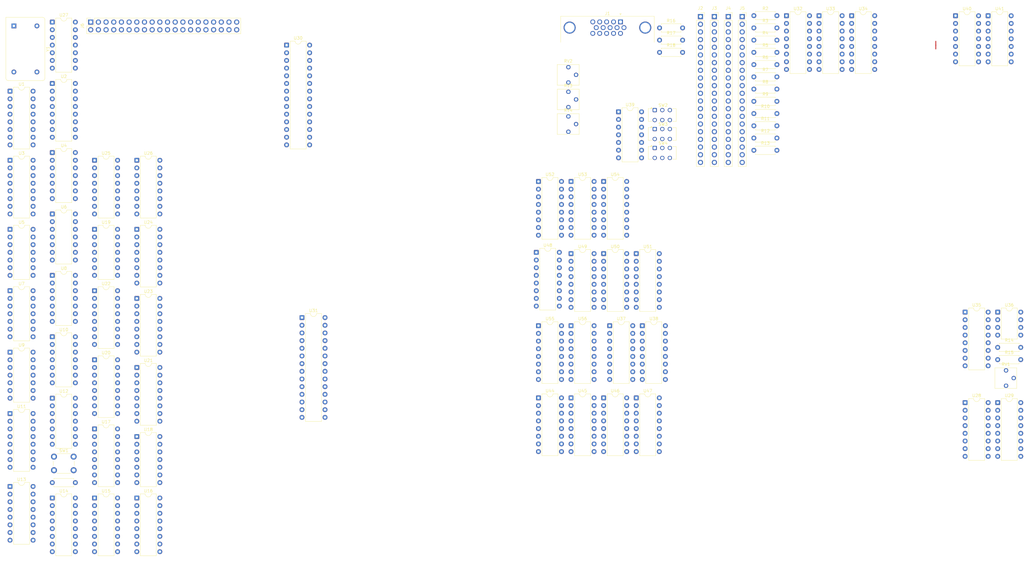
<source format=kicad_pcb>
(kicad_pcb (version 20241229) (generator "pcbnew") (generator_version "9.0")
  (layers (0 "F.Cu" signal) (4 "In1.Cu" power "GND") (6 "In2.Cu" power "PWR") (2 "B.Cu" signal) (13 "F.Paste" user) (15 "B.Paste" user) (5 "F.SilkS" user "F.Silkscreen") (7 "B.SilkS" user "B.Silkscreen") (1 "F.Mask" user) (3 "B.Mask" user) (25 "Edge.Cuts" user))
  (net 0 "")
  (net 1 "/h_sync")
  (net 2 "GND")
  (net 4 "/v_sync")
  (net 5 "/VGA_R")
  (net 7 "/VGA_B")
  (net 11 "/VGA_G")
  (net 12 "Net-(J2-Pin_7)")
  (net 13 "Net-(J2-Pin_8)")
  (net 14 "Net-(J2-Pin_16)")
  (net 15 "Net-(J2-Pin_13)")
  (net 16 "Net-(J2-Pin_10)")
  (net 17 "Net-(J2-Pin_19)")
  (net 18 "Net-(J2-Pin_4)")
  (net 19 "Net-(J2-Pin_2)")
  (net 20 "Net-(J2-Pin_18)")
  (net 21 "Net-(J2-Pin_14)")
  (net 22 "Net-(J2-Pin_15)")
  (net 23 "Net-(J2-Pin_5)")
  (net 24 "Net-(J2-Pin_1)")
  (net 25 "Net-(J2-Pin_11)")
  (net 26 "Net-(J2-Pin_12)")
  (net 27 "Net-(J2-Pin_3)")
  (net 28 "Net-(J2-Pin_6)")
  (net 29 "+5V")
  (net 30 "Net-(J2-Pin_17)")
  (net 31 "Net-(J2-Pin_9)")
  (net 32 "Net-(J3-Pin_3)")
  (net 33 "Net-(J3-Pin_5)")
  (net 34 "Net-(J3-Pin_11)")
  (net 35 "Net-(J3-Pin_10)")
  (net 36 "/RAM_module/ext_graphics_source/data_srclk")
  (net 37 "/RAM_module/ext_graphics_source/i_addr_ser")
  (net 38 "Net-(J3-Pin_4)")
  (net 39 "/RAM_module/ext_graphics_rclk")
  (net 40 "Net-(J3-Pin_12)")
  (net 41 "/RAM_module/await_upd")
  (net 42 "/RAM_module/ext_graphics_source/data_~{srclr}")
  (net 43 "Net-(J3-Pin_2)")
  (net 44 "Net-(J3-Pin_7)")
  (net 45 "Net-(J3-Pin_8)")
  (net 46 "Net-(J3-Pin_19)")
  (net 47 "/RAM_module/ext_graphics_source/j_addr_ser")
  (net 48 "/RAM_module/ext_graphics_source/data_ser")
  (net 49 "Net-(J3-Pin_9)")
  (net 50 "Net-(J3-Pin_6)")
  (net 51 "/is_v_vis_area")
  (net 52 "/ext_R")
  (net 53 "/eo_frame")
  (net 54 "/ext_G")
  (net 55 "/ext_B")
  (net 56 "/int_brightness")
  (net 57 "/is_vis_area")
  (net 58 "/is_h_vis_area")
  (net 59 "/eo_line")
  (net 60 "/RAM1_~{CE}")
  (net 61 "Net-(U35-I_OUT1)")
  (net 62 "Net-(U36A--)")
  (net 64 "Net-(SW2A-B)")
  (net 67 "Net-(SW3A-B)")
  (net 69 "Net-(SW4A-B)")
  (net 70 "/horizontal_counter/~{rst}")
  (net 71 "Net-(U1-TC)")
  (net 72 "/horizontal_counter/bit_2")
  (net 73 "/horizontal_counter/bit_0")
  (net 74 "/horizontal_counter/CLK")
  (net 75 "/horizontal_counter/bit_3")
  (net 76 "/horizontal_counter/bit_1")
  (net 77 "/horizontal_counter/bit_6")
  (net 78 "/horizontal_counter/bit_4")
  (net 79 "Net-(U2-TC)")
  (net 80 "/horizontal_counter/bit_5")
  (net 81 "/horizontal_counter/bit_7")
  (net 86 "/horizontal_counter/bit_8")
  (net 87 "/horizontal_counter/~{bit_5}")
  (net 88 "/horizontal_counter/~{bit_4}")
  (net 89 "/horizontal_counter/~{bit_0}")
  (net 90 "/horizontal_counter/~{bit_3}")
  (net 91 "/horizontal_counter/~{bit_2}")
  (net 92 "/horizontal_counter/~{bit_1}")
  (net 93 "/horizontal_counter/rst")
  (net 94 "/horizontal_counter/~{bit_6}")
  (net 95 "Net-(U5-Pad13)")
  (net 96 "/horizontal_counter/~{bit_8}")
  (net 97 "/horizontal_counter/~{bit_7}")
  (net 98 "Net-(U5-Pad11)")
  (net 99 "/horizontal_counter/eo_vis_200")
  (net 100 "Net-(U10-Pad3)")
  (net 101 "Net-(U10-Pad1)")
  (net 102 "/horizontal_counter/eo_fporch_210")
  (net 103 "/vertical_counter/bit_2")
  (net 104 "/vertical_counter/~{bit_0}")
  (net 105 "/vertical_counter/~{bit_1}")
  (net 106 "/horizontal_counter/~{eo_line}")
  (net 107 "/horizontal_counter/eo_syncp_242")
  (net 108 "/vertical_counter/~{bit_2}")
  (net 109 "/vertical_counter/bit_0")
  (net 110 "/vertical_counter/bit_1")
  (net 111 "/horizontal_counter/~{is_h_vis_area}")
  (net 112 "/horizontal_counter/~{CLK}")
  (net 113 "Net-(U11A-J)")
  (net 115 "/vertical_counter/eo_fporch_601")
  (net 116 "/vertical_counter/eo_syncp_605")
  (net 117 "/vertical_counter/rst")
  (net 118 "Net-(U24A-J)")
  (net 119 "/vertical_counter/bit_3")
  (net 120 "Net-(U15-TC)")
  (net 121 "/vertical_counter/bit_5")
  (net 122 "Net-(U16-TC)")
  (net 123 "/vertical_counter/bit_4")
  (net 124 "/vertical_counter/bit_7")
  (net 125 "/vertical_counter/bit_6")
  (net 127 "/vertical_counter/bit_8")
  (net 128 "/vertical_counter/bit_9")
  (net 131 "/vertical_counter/~{bit_4}")
  (net 132 "/vertical_counter/~{bit_5}")
  (net 133 "/vertical_counter/~{bit_7}")
  (net 134 "/vertical_counter/~{bit_8}")
  (net 135 "/vertical_counter/~{bit_6}")
  (net 136 "/vertical_counter/~{bit_3}")
  (net 137 "/vertical_counter/~{bit_9}")
  (net 138 "Net-(U19-Pad9)")
  (net 139 "/vertical_counter/~{rst}")
  (net 140 "Net-(U19-Pad3)")
  (net 141 "/vertical_counter/eo_vis_600")
  (net 142 "Net-(U19-Pad11)")
  (net 143 "Net-(U19-Pad5)")
  (net 145 "/vertical_counter/~{is_v_vis_area}")
  (net 152 "/RAM0_~{CE}")
  (net 157 "/RAM_module/RAM_bus_mux/w_j_addr0")
  (net 158 "/RAM1_~{WE}")
  (net 160 "/RAM_module/RAM0_a4")
  (net 161 "/RAM_module/RAM0_a8")
  (net 162 "/RAM_module/RAM0_a5")
  (net 163 "/RAM_module/RAM0_a12")
  (net 164 "/RAM_module/RAM0_a9")
  (net 165 "/RAM_module/RAM0_d1")
  (net 166 "/RAM_module/RAM0_a6")
  (net 167 "/RAM_module/RAM0_a7")
  (net 168 "/RAM_module/RAM0_d2")
  (net 169 "/RAM_module/RAM0_a11")
  (net 170 "/RAM_module/RAM0_d0")
  (net 171 "/RAM_module/RAM0_d3")
  (net 172 "/RAM_module/RAM0_a14")
  (net 173 "/RAM_module/RAM0_d4")
  (net 174 "/RAM_module/RAM0_a13")
  (net 175 "/RAM_module/RAM0_a3")
  (net 176 "/RAM_module/RAM0_d7")
  (net 177 "/RAM_module/RAM0_a2")
  (net 178 "/RAM_module/RAM0_d6")
  (net 179 "/RAM_module/RAM0_a1")
  (net 180 "/RAM_module/RAM0_a10")
  (net 181 "/RAM_module/RAM0_a0")
  (net 182 "/RAM_module/RAM0_d5")
  (net 183 "/RAM_module/RAM1_a13")
  (net 184 "/RAM_module/RAM1_a2")
  (net 185 "/RAM_module/RAM1_d3")
  (net 186 "/RAM_module/RAM1_d2")
  (net 187 "/RAM_module/RAM1_a11")
  (net 188 "/RAM_module/RAM1_a5")
  (net 189 "/RAM_module/RAM1_d1")
  (net 190 "/RAM_module/RAM1_a4")
  (net 191 "/RAM_module/RAM1_a3")
  (net 192 "/RAM_module/RAM1_a8")
  (net 193 "/RAM_module/RAM1_a9")
  (net 194 "/RAM_module/RAM1_a14")
  (net 195 "/RAM_module/RAM1_d0")
  (net 196 "/RAM_module/RAM1_a0")
  (net 197 "/RAM_module/RAM1_a10")
  (net 198 "/RAM_module/RAM1_d6")
  (net 199 "/RAM_module/RAM1_a6")
  (net 200 "/RAM_module/RAM1_d5")
  (net 201 "/RAM_module/RAM1_d4")
  (net 202 "/RAM_module/RAM1_d7")
  (net 203 "/RAM_module/RAM1_a1")
  (net 204 "/RAM_module/RAM1_a12")
  (net 205 "/RAM_module/RAM1_a7")
  (net 206 "/RAM_module/RAM_bus_mux/w_data7")
  (net 207 "/RAM_module/RAM_bus_mux/w_data6")
  (net 208 "/RAM_module/RAM_bus_mux/w_data1")
  (net 209 "/RAM_module/RAM_bus_mux/w_data4")
  (net 210 "/RAM_module/RAM_bus_mux/w_data3")
  (net 211 "/RAM_module/RAM_bus_mux/w_data5")
  (net 212 "/RAM_module/RAM_bus_mux/w_data0")
  (net 213 "/RAM_module/RAM_bus_mux/w_data2")
  (net 215 "/ADC_module/D0")
  (net 218 "/ADC_module/D2")
  (net 219 "/ADC_module/D1")
  (net 220 "/ADC_module/D5")
  (net 221 "/ADC_module/D3")
  (net 222 "/ADC_module/D6")
  (net 223 "/ADC_module/D7")
  (net 224 "/ADC_module/D4")
  (net 230 "/writing_RAM")
  (net 232 "/mrst")
  (net 236 "/RAM0_~{WE}")
  (net 246 "Net-(U39-Pad5)")
  (net 268 "/ADC_module/I0")
  (net 269 "/ADC_module/I2")
  (net 270 "/ADC_module/I1")
  (net 271 "/ADC_module/I3")
  (net 272 "/ADC_module/I4")
  (net 273 "/ADC_module/I6")
  (net 274 "/ADC_module/I5")
  (net 275 "/ADC_module/I7")
  (net 276 "/RAM_module/RAM_bus_mux/w_addr0")
  (net 277 "/RAM_module/RAM_bus_mux/w_addr3")
  (net 278 "/RAM_module/RAM_bus_mux/w_addr2")
  (net 279 "/RAM_module/RAM_bus_mux/w_addr1")
  (net 280 "/RAM_module/RAM_bus_mux/w_addr6")
  (net 281 "/RAM_module/RAM_bus_mux/w_addr5")
  (net 282 "/RAM_module/RAM_bus_mux/w_addr7")
  (net 283 "/RAM_module/RAM_bus_mux/w_addr4")
  (net 284 "/RAM_module/RAM_bus_mux/w_addr8")
  (net 285 "/RAM_module/RAM_bus_mux/w_addr10")
  (net 286 "/RAM_module/RAM_bus_mux/w_addr11")
  (net 287 "/RAM_module/RAM_bus_mux/w_addr9")
  (net 288 "/RAM_module/RAM_bus_mux/w_addr14")
  (net 289 "/RAM_module/RAM_bus_mux/w_addr13")
  (net 290 "/RAM_module/RAM_bus_mux/w_addr12")
  (net 291 "/RAM_module/RAM_bus_mux/i_addr6")
  (net 292 "/RAM_module/RAM_bus_mux/i_addr2")
  (net 293 "/RAM_module/RAM_bus_mux/i_addr0")
  (net 294 "/RAM_module/RAM_bus_mux/i_addr1")
  (net 295 "/RAM_module/RAM_bus_mux/i_addr3")
  (net 296 "/RAM_module/RAM_bus_mux/j_addr4")
  (net 297 "/RAM_module/RAM_bus_mux/j_addr6")
  (net 298 "/RAM_module/RAM_bus_mux/j_addr1")
  (net 299 "/RAM_module/RAM_bus_mux/i_addr7")
  (net 300 "/RAM_module/RAM_bus_mux/j_addr2")
  (net 301 "/RAM_module/RAM_bus_mux/j_addr7")
  (net 302 "/RAM_module/RAM_bus_mux/i_addr5")
  (net 303 "/RAM_module/RAM_bus_mux/j_addr3")
  (net 304 "/RAM_module/RAM_bus_mux/i_addr4")
  (net 305 "/RAM_module/RAM_bus_mux/j_addr5")
  (net 306 "/RAM_module/RAM_bus_mux/j_addr0")
  (net 307 "/RAM_module/RAM_bus_mux/addr0")
  (net 308 "/RAM_module/RAM_bus_mux/addr3")
  (net 309 "/RAM_module/RAM_bus_mux/addr2")
  (net 310 "/RAM_module/RAM_bus_mux/addr1")
  (net 311 "/RAM_module/RAM_bus_mux/addr5")
  (net 312 "/RAM_module/RAM_bus_mux/addr7")
  (net 313 "/RAM_module/RAM_bus_mux/addr6")
  (net 314 "/RAM_module/RAM_bus_mux/addr4")
  (net 315 "/RAM_module/RAM_bus_mux/addr10")
  (net 316 "/RAM_module/RAM_bus_mux/addr8")
  (net 317 "/RAM_module/RAM_bus_mux/addr9")
  (net 318 "/RAM_module/RAM_bus_mux/addr11")
  (net 319 "/RAM_module/RAM_bus_mux/addr12")
  (net 320 "/RAM_module/RAM_bus_mux/addr13")
  (net 321 "/RAM_module/RAM_bus_mux/addr14")
  (footprint "Package_DIP:DIP-16_W7.62mm" (layer "F.Cu") (at 298.582 16.946)
    (property "Reference" "U34")
    (property "Value" "74AHC595")
  )
  (footprint "Resistor_THT:R_Axial_DIN0207_L6.3mm_D2.5mm_P7.62mm_Horizontal" (layer "F.Cu") (at 266.242 37.176)
    (property "Reference" "R7")
    (property "Value" "330")
  )
  (footprint "Package_DIP:DIP-14_W7.62mm" (layer "F.Cu") (at 332.922 16.956)
    (property "Reference" "U40")
    (property "Value" "74HC74")
  )
  (footprint "Package_DIP:DIP-8_W7.62mm" (layer "F.Cu") (at 346.872 115.016)
    (property "Reference" "U36")
    (property "Value" "LM358")
  )
  (footprint "Package_DIP:DIP-16_W7.62mm" (layer "F.Cu") (at 287.802 16.946)
    (property "Reference" "U33")
    (property "Value" "74AHC595")
  )
  (footprint "Resistor_THT:R_Axial_DIN0207_L6.3mm_D2.5mm_P7.62mm_Horizontal" (layer "F.Cu") (at 235.072 20.976)
    (property "Reference" "R16")
    (property "Value" "1K")
  )
  (footprint "Resistor_THT:R_Axial_DIN0207_L6.3mm_D2.5mm_P7.62mm_Horizontal" (layer "F.Cu") (at 346.862 126.706)
    (property "Reference" "R14")
    (property "Value" "330")
  )
  (footprint "Potentiometer_THT:Potentiometer_Vishay_T73YP_Vertical" (layer "F.Cu") (at 204.922 47.196)
    (property "Reference" "RV3")
    (property "Value" "10K Pot")
  )
  (footprint "Resistor_THT:R_Axial_DIN0207_L6.3mm_D2.5mm_P7.62mm_Horizontal" (layer "F.Cu") (at 266.242 61.476)
    (property "Reference" "R13")
    (property "Value" "330")
  )
  (footprint "Package_DIP:DIP-16_W7.62mm" (layer "F.Cu") (at 336.092 144.976)
    (property "Reference" "U28")
    (property "Value" "74HC253")
  )
  (footprint "Package_DIP:DIP-16_W7.62mm" (layer "F.Cu") (at 20.32 41.91)
    (property "Reference" "U1")
    (property "Value" "74HC161")
  )
  (footprint "Resistor_THT:R_Axial_DIN0207_L6.3mm_D2.5mm_P7.62mm_Horizontal" (layer "F.Cu") (at 266.242 29.076)
    (property "Reference" "R5")
    (property "Value" "330")
  )
  (footprint "Package_DIP:DIP-16_W7.62mm" (layer "F.Cu") (at 48.26 107.95)
    (property "Reference" "U22")
    (property "Value" "74HC133")
  )
  (footprint "Connector_PinSocket_2.54mm:PinSocket_1x20_P2.54mm_Vertical" (layer "F.Cu") (at 257.792 17.226)
    (property "Reference" "J4")
    (property "Value" "Conn_01x20")
  )
  (footprint "Package_DIP:DIP-28_W7.62mm" (layer "F.Cu") (at 116.84 116.84)
    (property "Reference" "U31")
    (property "Value" "CY7C199")
  )
  (footprint "Oscillator:Oscillator_DIP-14" (layer "F.Cu") (at 21.59 20.32 -90)
    (property "Reference" "Y1")
    (property "Value" "10MHz")
  )
  (footprint "Package_DIP:DIP-16_W7.62mm" (layer "F.Cu") (at 216.582 71.796)
    (property "Reference" "U54")
    (property "Value" "74HC4053")
  )
  (footprint "Resistor_THT:R_Axial_DIN0207_L6.3mm_D2.5mm_P7.62mm_Horizontal" (layer "F.Cu") (at 346.862 130.756)
    (property "Reference" "R15")
    (property "Value" "1K")
  )
  (footprint "Package_DIP:DIP-16_W7.62mm" (layer "F.Cu") (at 20.32 172.72)
    (property "Reference" "U13")
    (property "Value" "74HC173")
  )
  (footprint "Package_DIP:DIP-16_W7.62mm" (layer "F.Cu") (at 216.582 143.406)
    (property "Reference" "U46")
    (property "Value" "74HC257")
  )
  (footprint "Button_Switch_THT:SW_CK_JS202011CQN_DPDT_Straight" (layer "F.Cu") (at 233.472 54.436)
    (property "Reference" "SW3")
    (property "Value" "SW_DPDT_x2")
  )
  (footprint "Resistor_THT:R_Axial_DIN0207_L6.3mm_D2.5mm_P7.62mm_Horizontal" (layer "F.Cu") (at 266.242 49.326)
    (property "Reference" "R10")
    (property "Value" "330")
  )
  (footprint "Connector_PinSocket_2.54mm:PinSocket_1x20_P2.54mm_Vertical" (layer "F.Cu") (at 253.192 17.226)
    (property "Reference" "J3")
    (property "Value" "Conn_01x20")
  )
  (footprint "Package_DIP:DIP-16_W7.62mm" (layer "F.Cu") (at 205.802 95.666)
    (property "Reference" "U49")
    (property "Value" "74HC257")
  )
  (footprint "Resistor_THT:R_Axial_DIN0207_L6.3mm_D2.5mm_P7.62mm_Horizontal" (layer "F.Cu") (at 266.242 20.976)
    (property "Reference" "R3")
    (property "Value" "330")
  )
  (footprint "Package_DIP:DIP-16_W7.62mm" (layer "F.Cu") (at 20.325 64.77)
    (property "Reference" "U3")
    (property "Value" "74HC161")
  )
  (footprint "Package_DIP:DIP-14_W7.62mm" (layer "F.Cu") (at 34.29 19.05)
    (property "Reference" "U27")
    (property "Value" "74HC04")
  )
  (footprint "Package_DIP:DIP-16_W7.62mm" (layer "F.Cu") (at 205.802 143.406)
    (property "Reference" "U45")
    (property "Value" "74HC257")
  )
  (footprint "Button_Switch_THT:SW_CK_JS202011CQN_DPDT_Straight" (layer "F.Cu") (at 233.472 48.171)
    (property "Reference" "SW2")
    (property "Value" "SW_DPDT_x2")
  )
  (footprint "Potentiometer_THT:Potentiometer_Vishay_T73YP_Vertical" (layer "F.Cu") (at 349.622 139.396)
    (property "Reference" "RV1")
    (property "Value" "100K Pot")
  )
  (footprint "Package_DIP:DIP-14_W7.62mm" (layer "F.Cu") (at 48.26 87.63)
    (property "Reference" "U19")
    (property "Value" "74HC04")
  )
  (footprint "Resistor_THT:R_Axial_DIN0207_L6.3mm_D2.5mm_P7.62mm_Horizontal" (layer "F.Cu") (at 235.072 29.076)
    (property "Reference" "R18")
    (property "Value" "1K")
  )
  (footprint "Package_DIP:DIP-14_W7.62mm" (layer "F.Cu") (at 62.235 156.21)
    (property "Reference" "U18")
    (property "Value" "74HC04")
  )
  (footprint "Connector_Dsub:DSUB-15-HD_Socket_Horizontal_P2.29x1.90mm_EdgePinOffset3.03mm_Housed_MountingHolesOffset4.94mm" (layer "F.Cu") (at 222.1484 18.9838)
    (property "Reference" "J1")
    (property "Value" "DE15_Socket_HighDensity")
  )
  (footprint "Connector_PinSocket_2.54mm:PinSocket_2x20_P2.54mm_Vertical" (layer "F.Cu") (at 46.99 19.05 90)
    (property "Reference" "J6")
    (property "Value" "Conn_02x20_Odd_Even")
  )
  (footprint "Resistor_THT:R_Axial_DIN0207_L6.3mm_D2.5mm_P7.62mm_Horizontal" (layer "F.Cu") (at 266.242 53.376)
    (property "Reference" "R11")
    (property "Value" "330")
  )
  (footprint "Package_DIP:DIP-28_W7.62mm" (layer "F.Cu") (at 111.76 26.67)
    (property "Reference" "U30")
    (property "Value" "CY7C199")
  )
  (footprint "Potentiometer_THT:Potentiometer_Vishay_T73YP_Vertical" (layer "F.Cu") (at 204.922 39.046)
    (property "Reference" "RV2")
    (property "Value" "10K Pot")
  )
  (footprint "Resistor_THT:R_Axial_DIN0207_L6.3mm_D2.5mm_P7.62mm_Horizontal" (layer "F.Cu") (at 266.242 41.226)
    (property "Reference" "R8")
    (property "Value" "330")
  )
  (footprint "Package_DIP:DIP-16_W7.62mm" (layer "F.Cu") (at 218.582 119.536)
    (property "Reference" "U37")
    (property "Value" "74HC257")
  )
  (footprint "Resistor_THT:R_Axial_DIN0207_L6.3mm_D2.5mm_P7.62mm_Horizontal" (layer "F.Cu") (at 266.242 16.926)
    (property "Reference" "R2")
    (property "Value" "330")
  )
  (footprint "Package_DIP:DIP-16_W7.62mm" (layer "F.Cu") (at 20.32 148.59)
    (property "Reference" "U11")
    (property "Value" "74HC112")
  )
  (footprint "Resistor_THT:R_Axial_DIN0207_L6.3mm_D2.5mm_P7.62mm_Horizontal" (layer "F.Cu") (at 41.91 171.45 180)
    (property "Reference" "R1" (hide yes))
    (property "Value" "1k")
  )
  (footprint "Package_DIP:DIP-16_W7.62mm" (layer "F.Cu") (at 62.235 87.63)
    (property "Reference" "U24")
    (property "Value" "74HC112")
  )
  (footprint "Package_DIP:DIP-16_W7.62mm" (layer "F.Cu") (at 346.872 144.976)
    (property "Reference" "U29")
    (property "Value" "74HC253")
  )
  (footprint "Package_DIP:DIP-16_W7.62mm" (layer "F.Cu") (at 62.235 176.53)
    (property "Reference" "U16")
    (property "Value" "74HC161")
  )
  (footprint "Package_DIP:DIP-16_W7.62mm" (layer "F.Cu") (at 205.802 71.796)
    (property "Reference" "U53")
    (property "Value" "74HC4053")
  )
  (footprint "Resistor_THT:R_Axial_DIN0207_L6.3mm_D2.5mm_P7.62mm_Horizontal" (layer "F.Cu") (at 235.072 25.026)
    (property "Reference" "R17")
    (property "Value" "1K")
  )
  (footprint "Connector_PinSocket_2.54mm:PinSocket_1x20_P2.54mm_Vertical" (layer "F.Cu") (at 248.592 17.226)
    (property "Reference" "J2")
    (property "Value" "Conn_01x20")
  )
  (footprint "Package_DIP:DIP-16_W7.62mm" (layer "F.Cu") (at 227.362 95.666)
    (property "Reference" "U51")
    (property "Value" "74HC257")
  )
  (footprint "Package_DIP:DIP-14_W7.62mm" (layer "F.Cu") (at 34.295 82.55)
    (property "Reference" "U6")
    (property "Value" "74HC30")
  )
  (footprint "Package_DIP:DIP-16_W7.62mm" (layer "F.Cu") (at 48.26 176.53)
    (property "Reference" "U15")
    (property "Value" "74HC161")
  )
  (footprint "Potentiometer_THT:Potentiometer_Vishay_T73YP_Vertical" (layer "F.Cu") (at 204.922 55.346)
    (property "Reference" "RV4")
    (property "Value" "10K Pot")
  )
  (footprint "Package_DIP:DIP-16_W7.62mm" (layer "F.Cu") (at 62.24 133.35)
    (property "Reference" "U21")
    (property "Value" "74HC133")
  )
  (footprint "Package_DIP:DIP-16_W7.62mm" (layer "F.Cu") (at 229.362 119.536)
    (property "Reference" "U38")
    (property "Value" "74HC257")
  )
  (footprint "Resistor_THT:R_Axial_DIN0207_L6.3mm_D2.5mm_P7.62mm_Horizontal" (layer "F.Cu") (at 266.242 45.276)
    (property "Reference" "R9")
    (property "Value" "330")
  )
  (footprint "Button_Switch_THT:SW_CK_JS202011CQN_DPDT_Straight" (layer "F.Cu") (at 233.472 60.701)
    (property "Reference" "SW4")
    (property "Value" "SW_DPDT_x2")
  )
  (footprint "Package_DIP:DIP-14_W7.62mm" (layer "F.Cu") (at 343.702 16.956)
    (property "Reference" "U41")
    (property "Value" "74HC00")
  )
  (footprint "Package_DIP:DIP-16_W7.62mm" (layer "F.Cu") (at 205.802 119.536)
    (property "Reference" "U56")
    (property "Value" "74HC257")
  )
  (footprint "Package_DIP:DIP-14_W7.62mm" (layer "F.Cu") (at 20.32 87.63)
    (property "Reference" "U5")
    (property "Value" "74HC04")
  )
  (footprint "Package_DIP:DIP-16_W7.62mm" (layer "F.Cu") (at 34.29 176.53)
    (property "Reference" "U14")
    (property "Value" "74HC173")
  )
  (footprint "Package_DIP:DIP-16_W7.62mm" (layer "F.Cu") (at 48.26 153.67)
    (property "Reference" "U17")
    (property "Value" "74HC161")
  )
  (footprint "Connector_PinSocket_2.54mm:PinSocket_1x20_P2.54mm_Vertical" (layer "F.Cu") (at 262.392 17.226)
    (property "Reference" "J5")
    (property "Value" "Conn_01x20")
  )
  (footprint "Package_DIP:DIP-14_W7.62mm" (layer "F.Cu") (at 20.32 128.27)
    (property "Reference" "U9")
    (property "Value" "74HC30")
  )
  (footprint "Package_DIP:DIP-14_W7.62mm" (layer "F.Cu") (at 34.29 62.23)
    (property "Reference" "U4")
    (property "Value" "74HC04")
  )
  (footprint "Package_DIP:DIP-16_W7.62mm" (layer "F.Cu") (at 195.022 119.536)
    (property "Reference" "U55")
    (property "Value" "74HC257")
  )
  (footprint "Package_DIP:DIP-16_W7.62mm" (layer "F.Cu") (at 195.022 143.406)
    (property "Reference" "U44")
    (property "Value" "74HC257")
  )
  (footprint "Package_DIP:DIP-16_W7.62mm" (layer "F.Cu") (at 34.29 39.37)
    (property "Reference" "U2")
    (property "Value" "74HC161")
  )
  (footprint "Resistor_THT:R_Axial_DIN0207_L6.3mm_D2.5mm_P7.62mm_Horizontal" (layer "F.Cu") (at 266.242 57.426)
    (property "Reference" "R12")
    (property "Value" "330")
  )
  (footprint "Resistor_THT:R_Axial_DIN0207_L6.3mm_D2.5mm_P7.62mm_Horizontal" (layer "F.Cu") (at 266.242 33.126)
    (property "Reference" "R6")
    (property "Value" "330")
  )
  (footprint "Package_DIP:DIP-16_W7.62mm" (layer "F.Cu") (at 48.265 130.81)
    (property "Reference" "U20")
    (property "Value" "74HC133")
  )
  (footprint "Package_DIP:DIP-14_W7.62mm" (layer "F.Cu") (at 34.29 143.51)
    (property "Reference" "U12")
    (property "Value" "74HC32")
  )
  (footprint "Package_DIP:DIP-16_W7.62mm" (layer "F.Cu") (at 48.26 64.77)
    (property "Reference" "U25")
    (property "Value" "74HC173")
  )
  (footprint "Package_DIP:DIP-16_W7.62mm" (layer "F.Cu") (at 227.362 143.406)
    (property "Reference" "U47")
    (property "Value" "74HC257")
  )
  (footprint "Package_DIP:DIP-14_W7.62mm" (layer "F.Cu") (at 20.32 107.95)
    (property "Reference" "U7")
    (property "Value" "74HC30")
  )
  (footprint "Package_DIP:DIP-16_W7.62mm" (layer "F.Cu") (at 336.092 115.016)
    (property "Reference" "U35")
    (property "Value" "AD7523JN")
  )
  (footprint "Package_DIP:DIP-16_W7.62mm" (layer "F.Cu") (at 277.022 16.946)
    (property "Reference" "U32")
    (property "Value" "74AHC595")
  )
  (footprint "Package_DIP:DIP-16_W7.62mm" (layer "F.Cu") (at 195.022 71.796)
    (property "Reference" "U52")
    (property "Value" "74HC4053")
  )
  (footprint "Package_DIP:DIP-16_W7.62mm" (layer "F.Cu") (at 216.582 95.666)
    (property "Reference" "U50")
    (property "Value" "74HC257")
  )
  (footprint "Package_DIP:DIP-16_W7.62mm" (layer "F.Cu") (at 194.31 95.25)
    (property "Reference" "U48")
    (property "Value" "74HC257")
  )
  (footprint "Package_DIP:DIP-16_W7.62mm" (layer "F.Cu") (at 62.235 110.49)
    (property "Reference" "U23")
    (property "Value" "74HC133")
  )
  (footprint "Button_Switch_THT:SW_PUSH_6mm" (layer "F.Cu") (at 34.85 162.85)
    (property "Reference" "SW1")
    (property "Value" "rst_btn")
  )
  (footprint "Package_DIP:DIP-14_W7.62mm" (layer "F.Cu") (at 34.29 123.19)
    (property "Reference" "U10")
    (property "Value" "74HC04")
  )
  (footprint "Package_DIP:DIP-14_W7.62mm" (layer "F.Cu") (at 221.502 48.736)
    (property "Reference" "U39")
    (property "Value" "74HC02")
  )
  (footprint "Package_DIP:DIP-16_W7.62mm" (layer "F.Cu") (at 62.235 64.77)
    (property "Reference" "U26")
    (property "Value" "74HC173")
  )
  (footprint "Resistor_THT:R_Axial_DIN0207_L6.3mm_D2.5mm_P7.62mm_Horizontal" (layer "F.Cu") (at 266.242 25.026)
    (property "Reference" "R4")
    (property "Value" "330")
  )
  (footprint "Package_DIP:DIP-14_W7.62mm" (layer "F.Cu") (at 34.29 102.87)
    (property "Reference" "U8")
    (property "Value" "74HC30")
  )
  (segment (start 326.39 27.94) (end 326.39 26.67) (width 0.3) (layer "F.Cu") (net 0))
  (segment (start 326.39 26.67) (end 326.39 25.4) (width 0.3) (layer "F.Cu") (net 0))
)
</source>
